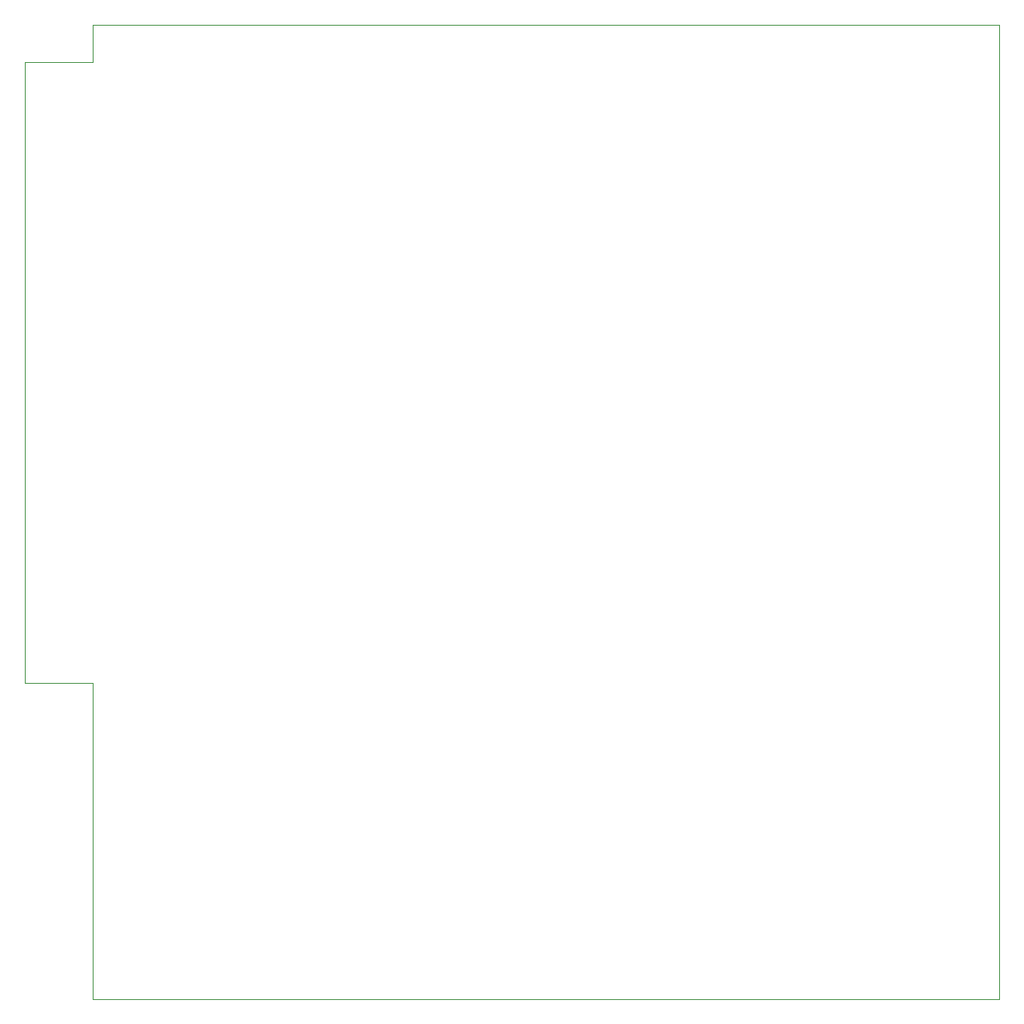
<source format=gbr>
G04 #@! TF.GenerationSoftware,KiCad,Pcbnew,5.1.4+dfsg1-1*
G04 #@! TF.CreationDate,2020-04-11T15:03:04+12:00*
G04 #@! TF.ProjectId,TIM1,54494d31-2e6b-4696-9361-645f70636258,rev?*
G04 #@! TF.SameCoordinates,Original*
G04 #@! TF.FileFunction,Profile,NP*
%FSLAX46Y46*%
G04 Gerber Fmt 4.6, Leading zero omitted, Abs format (unit mm)*
G04 Created by KiCad (PCBNEW 5.1.4+dfsg1-1) date 2020-04-11 15:03:04*
%MOMM*%
%LPD*%
G04 APERTURE LIST*
%ADD10C,0.050000*%
G04 APERTURE END LIST*
D10*
X129540000Y-96520000D02*
X129540000Y-128905000D01*
X122555000Y-96520000D02*
X129540000Y-96520000D01*
X122555000Y-33020000D02*
X122555000Y-96520000D01*
X129540000Y-33020000D02*
X122555000Y-33020000D01*
X129540000Y-29210000D02*
X129540000Y-33020000D01*
X222250000Y-128905000D02*
X222250000Y-29210000D01*
X129540000Y-128905000D02*
X222250000Y-128905000D01*
X222250000Y-29210000D02*
X129540000Y-29210000D01*
M02*

</source>
